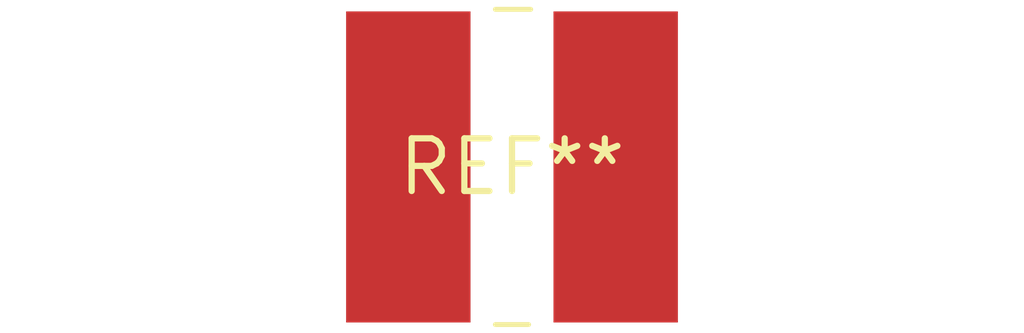
<source format=kicad_pcb>
(kicad_pcb (version 20240108) (generator pcbnew)
  (layers (0 "F.Cu" signal) (31 "B.Cu" signal) (34 "B.Paste" user) (35 "F.Paste" user) (36 "B.SilkS" user "B.Silkscreen") (37 "F.SilkS" user "F.Silkscreen") (38 "B.Mask" user) (39 "F.Mask" user) (44 "Edge.Cuts" user))
  (net 0 "")
  (footprint "L_Wuerth_WE-PD2-Typ-L" (layer "F.Cu") (at 0 0)
    (property "Reference" "REF**")
    (property "Value" "L_Wuerth_WE-PD2-Typ-L")
    (fp_line (start -0.4 -3.8) (end 0.45 -3.8) (layer "F.SilkS") (stroke (width 0.12)))
    (fp_line (start -0.4 3.8) (end 0.4 3.8) (layer "F.SilkS") (stroke (width 0.12)))
    (pad "1" smd rect (at -2.5 0) (size 3 7.5) (layers "F.Cu" "F.Paste" "F.Mask"))
    (pad "2" smd rect (at 2.5 0) (size 3 7.5) (layers "F.Cu" "F.Paste" "F.Mask"))
  )
)
</source>
